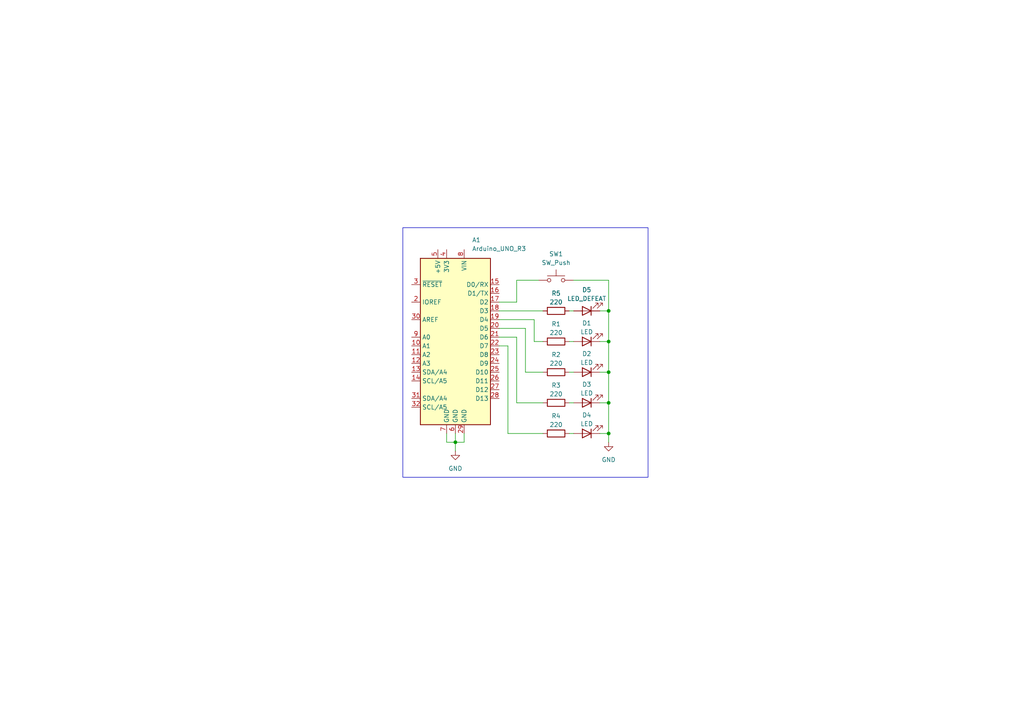
<source format=kicad_sch>
(kicad_sch (version 20231120) (generator "eeschema") (generator_version "8.0")
  (paper "A4")
  (lib_symbols
    (symbol "Device:LED" (pin_numbers hide) (pin_names (offset 1.016) hide)
      (property "Reference" "D" (at 0 2.54 0))
      (property "Value" "LED" (at 0 -2.54 0))
      (symbol "LED_0_1"
        (polyline (pts (xy -1.27 -1.27) (xy -1.27 1.27)) (stroke (width 0.254)))
        (polyline (pts (xy -1.27 0) (xy 1.27 0)))
        (polyline (pts (xy 1.27 -1.27) (xy 1.27 1.27) (xy -1.27 0) (xy 1.27 -1.27)) (stroke (width 0.254)))
        (polyline (pts (xy -3.048 -0.762) (xy -4.572 -2.286) (xy -3.81 -2.286) (xy -4.572 -2.286) (xy -4.572 -1.524)))
        (polyline (pts (xy -1.778 -0.762) (xy -3.302 -2.286) (xy -2.54 -2.286) (xy -3.302 -2.286) (xy -3.302 -1.524)))
      )
      (symbol "LED_1_1"
        (pin passive line (at -3.81 0 0) (length 2.54) (name "K") (number "1"))
        (pin passive line (at 3.81 0 180) (length 2.54) (name "A") (number "2"))
      )
    )
    (symbol "Device:R" (pin_numbers hide) (pin_names (offset 0))
      (property "Reference" "R" (at 2.032 0 90))
      (property "Value" "R" (at 0 0 90))
      (symbol "R_0_1"
        (rectangle (start -1.016 -2.54) (end 1.016 2.54) (stroke (width 0.254)))
      )
      (symbol "R_1_1"
        (pin passive line (at 0 3.81 270) (length 1.27) (name "~") (number "1"))
        (pin passive line (at 0 -3.81 90) (length 1.27) (name "~") (number "2"))
      )
    )
    (symbol "MCU_Module:Arduino_UNO_R3"
      (property "Reference" "A" (at -10.16 23.495 0))
      (property "Value" "Arduino_UNO_R3" (at 5.08 -26.67 0))
      (symbol "Arduino_UNO_R3_0_1"
        (rectangle (start -10.16 22.86) (end 10.16 -25.4) (stroke (width 0.254)) (fill (type background)))
      )
      (symbol "Arduino_UNO_R3_1_1"
        (pin no_connect line (at -10.16 -20.32 0) (length 2.54) hide (name "NC") (number "1"))
        (pin bidirectional line (at 12.7 -2.54 180) (length 2.54) (name "A1") (number "10"))
        (pin bidirectional line (at 12.7 -5.08 180) (length 2.54) (name "A2") (number "11"))
        (pin bidirectional line (at 12.7 -7.62 180) (length 2.54) (name "A3") (number "12"))
        (pin bidirectional line (at 12.7 -10.16 180) (length 2.54) (name "SDA/A4") (number "13"))
        (pin bidirectional line (at 12.7 -12.7 180) (length 2.54) (name "SCL/A5") (number "14"))
        (pin bidirectional line (at -12.7 15.24 0) (length 2.54) (name "D0/RX") (number "15"))
        (pin bidirectional line (at -12.7 12.7 0) (length 2.54) (name "D1/TX") (number "16"))
        (pin bidirectional line (at -12.7 10.16 0) (length 2.54) (name "D2") (number "17"))
        (pin bidirectional line (at -12.7 7.62 0) (length 2.54) (name "D3") (number "18"))
        (pin bidirectional line (at -12.7 5.08 0) (length 2.54) (name "D4") (number "19"))
        (pin output line (at 12.7 10.16 180) (length 2.54) (name "IOREF") (number "2"))
        (pin bidirectional line (at -12.7 2.54 0) (length 2.54) (name "D5") (number "20"))
        (pin bidirectional line (at -12.7 0 0) (length 2.54) (name "D6") (number "21"))
        (pin bidirectional line (at -12.7 -2.54 0) (length 2.54) (name "D7") (number "22"))
        (pin bidirectional line (at -12.7 -5.08 0) (length 2.54) (name "D8") (number "23"))
        (pin bidirectional line (at -12.7 -7.62 0) (length 2.54) (name "D9") (number "24"))
        (pin bidirectional line (at -12.7 -10.16 0) (length 2.54) (name "D10") (number "25"))
        (pin bidirectional line (at -12.7 -12.7 0) (length 2.54) (name "D11") (number "26"))
        (pin bidirectional line (at -12.7 -15.24 0) (length 2.54) (name "D12") (number "27"))
        (pin bidirectional line (at -12.7 -17.78 0) (length 2.54) (name "D13") (number "28"))
        (pin power_in line (at -2.54 -27.94 90) (length 2.54) (name "GND") (number "29"))
        (pin input line (at 12.7 15.24 180) (length 2.54) (name "~{RESET}") (number "3"))
        (pin input line (at 12.7 5.08 180) (length 2.54) (name "AREF") (number "30"))
        (pin bidirectional line (at 12.7 -17.78 180) (length 2.54) (name "SDA/A4") (number "31"))
        (pin bidirectional line (at 12.7 -20.32 180) (length 2.54) (name "SCL/A5") (number "32"))
        (pin power_out line (at 2.54 25.4 270) (length 2.54) (name "3V3") (number "4"))
        (pin power_out line (at 5.08 25.4 270) (length 2.54) (name "+5V") (number "5"))
        (pin power_in line (at 0 -27.94 90) (length 2.54) (name "GND") (number "6"))
        (pin power_in line (at 2.54 -27.94 90) (length 2.54) (name "GND") (number "7"))
        (pin power_in line (at -2.54 25.4 270) (length 2.54) (name "VIN") (number "8"))
        (pin bidirectional line (at 12.7 0 180) (length 2.54) (name "A0") (number "9"))
      )
    )
    (symbol "Switch:SW_Push" (pin_numbers hide) (pin_names (offset 1.016) hide)
      (property "Reference" "SW" (at 1.27 2.54 0))
      (property "Value" "SW_Push" (at 0 -1.524 0))
      (symbol "SW_Push_0_1"
        (circle (center -2.032 0) (radius 0.508))
        (polyline (pts (xy 0 1.27) (xy 0 3.048)))
        (polyline (pts (xy 2.54 1.27) (xy -2.54 1.27)))
        (circle (center 2.032 0) (radius 0.508))
        (pin passive line (at -5.08 0 0) (length 2.54) (name "1") (number "1"))
        (pin passive line (at 5.08 0 180) (length 2.54) (name "2") (number "2"))
      )
    )
    (symbol "power:GND" (power) (pin_numbers hide) (pin_names (offset 0) hide)
      (property "Value" "GND" (at 0 -3.81 0))
      (symbol "GND_0_1"
        (polyline (pts (xy 0 0) (xy 0 -1.27) (xy 1.27 -1.27) (xy 0 -2.54) (xy -1.27 -1.27) (xy 0 -1.27)))
      )
      (symbol "GND_1_1"
        (pin power_in line (at 0 0 270) (length 0) (name "~") (number "1"))
      )
    )
  )
  (junction (at 132.08 128.27))
  (junction (at 176.53 125.73))
  (junction (at 176.53 90.17))
  (junction (at 176.53 116.84))
  (junction (at 176.53 99.06))
  (junction (at 176.53 107.95))
  (wire (pts (xy 144.78 92.71) (xy 154.94 92.71)))
  (wire (pts (xy 149.86 87.63) (xy 149.86 81.28)))
  (wire (pts (xy 173.99 116.84) (xy 176.53 116.84)))
  (wire (pts (xy 166.37 81.28) (xy 176.53 81.28)))
  (wire (pts (xy 154.94 92.71) (xy 154.94 99.06)))
  (wire (pts (xy 152.4 95.25) (xy 152.4 107.95)))
  (wire (pts (xy 173.99 99.06) (xy 176.53 99.06)))
  (wire (pts (xy 149.86 116.84) (xy 157.48 116.84)))
  (wire (pts (xy 165.1 99.06) (xy 166.37 99.06)))
  (wire (pts (xy 149.86 81.28) (xy 156.21 81.28)))
  (wire (pts (xy 165.1 107.95) (xy 166.37 107.95)))
  (wire (pts (xy 176.53 116.84) (xy 176.53 125.73)))
  (wire (pts (xy 144.78 100.33) (xy 147.32 100.33)))
  (wire (pts (xy 173.99 125.73) (xy 176.53 125.73)))
  (wire (pts (xy 134.62 125.73) (xy 134.62 128.27)))
  (wire (pts (xy 165.1 125.73) (xy 166.37 125.73)))
  (wire (pts (xy 129.54 128.27) (xy 132.08 128.27)))
  (wire (pts (xy 147.32 125.73) (xy 157.48 125.73)))
  (wire (pts (xy 176.53 125.73) (xy 176.53 128.27)))
  (wire (pts (xy 144.78 87.63) (xy 149.86 87.63)))
  (wire (pts (xy 173.99 107.95) (xy 176.53 107.95)))
  (wire (pts (xy 154.94 99.06) (xy 157.48 99.06)))
  (wire (pts (xy 165.1 90.17) (xy 166.37 90.17)))
  (wire (pts (xy 152.4 107.95) (xy 157.48 107.95)))
  (wire (pts (xy 165.1 116.84) (xy 166.37 116.84)))
  (wire (pts (xy 144.78 95.25) (xy 152.4 95.25)))
  (wire (pts (xy 149.86 97.79) (xy 149.86 116.84)))
  (wire (pts (xy 134.62 128.27) (xy 132.08 128.27)))
  (wire (pts (xy 144.78 90.17) (xy 157.48 90.17)))
  (wire (pts (xy 147.32 100.33) (xy 147.32 125.73)))
  (wire (pts (xy 132.08 125.73) (xy 132.08 128.27)))
  (wire (pts (xy 176.53 99.06) (xy 176.53 107.95)))
  (wire (pts (xy 176.53 90.17) (xy 176.53 99.06)))
  (wire (pts (xy 176.53 107.95) (xy 176.53 116.84)))
  (wire (pts (xy 129.54 125.73) (xy 129.54 128.27)))
  (wire (pts (xy 176.53 81.28) (xy 176.53 90.17)))
  (wire (pts (xy 132.08 128.27) (xy 132.08 130.81)))
  (wire (pts (xy 144.78 97.79) (xy 149.86 97.79)))
  (wire (pts (xy 173.99 90.17) (xy 176.53 90.17)))
  (rectangle (start 116.84 66.04) (end 187.96 138.43))
  (symbol (lib_id "power:GND") (at 132.08 130.81 0) (unit 1)
    (property "Reference" "#PWR01" (effects (hide yes)))
    (property "Value" "GND" (at 132.08 135.89 0))
    (property "Description" "Power symbol creates a global label with name \"GND\" , ground" (effects (hide yes)))
  )
  (symbol (lib_id "Device:R") (at 161.29 125.73 90) (unit 1)
    (property "Reference" "R4" (at 161.29 120.65 90))
    (property "Value" "220" (at 161.29 123.19 90))
    (property "Description" "Resistor" (effects (hide yes)))
  )
  (symbol (lib_id "Switch:SW_Push") (at 161.29 81.28 0) (unit 1)
    (property "Reference" "SW1" (at 161.29 73.66 0))
    (property "Value" "SW_Push" (at 161.29 76.2 0))
    (property "Description" "Push button switch, generic, two pins" (effects (hide yes)))
  )
  (symbol (lib_id "Device:LED") (at 170.18 107.95 180) (unit 1)
    (property "Reference" "D2" (at 170.18 102.616 0))
    (property "Value" "LED" (at 170.18 105.156 0))
    (property "Description" "Light emitting diode" (effects (hide yes)))
  )
  (symbol (lib_id "Device:LED") (at 170.18 125.73 180) (unit 1)
    (property "Reference" "D4" (at 170.18 120.396 0))
    (property "Value" "LED" (at 170.18 122.936 0))
    (property "Description" "Light emitting diode" (effects (hide yes)))
  )
  (symbol (lib_id "Device:LED") (at 170.18 99.06 180) (unit 1)
    (property "Reference" "D1" (at 170.18 93.726 0))
    (property "Value" "LED" (at 170.18 96.266 0))
    (property "Description" "Light emitting diode" (effects (hide yes)))
  )
  (symbol (lib_id "power:GND") (at 176.53 128.27 0) (unit 1)
    (property "Reference" "#PWR02" (effects (hide yes)))
    (property "Value" "GND" (at 176.53 133.35 0))
    (property "Description" "Power symbol creates a global label with name \"GND\" , ground" (effects (hide yes)))
  )
  (symbol (lib_id "Device:R") (at 161.29 116.84 90) (unit 1)
    (property "Reference" "R3" (at 161.29 111.76 90))
    (property "Value" "220" (at 161.29 114.3 90))
    (property "Description" "Resistor" (effects (hide yes)))
  )
  (symbol (lib_id "Device:R") (at 161.29 107.95 90) (unit 1)
    (property "Reference" "R2" (at 161.29 102.87 90))
    (property "Value" "220" (at 161.29 105.41 90))
    (property "Description" "Resistor" (effects (hide yes)))
  )
  (symbol (lib_id "Device:LED") (at 170.18 116.84 180) (unit 1)
    (property "Reference" "D3" (at 170.18 111.506 0))
    (property "Value" "LED" (at 170.18 114.046 0))
    (property "Description" "Light emitting diode" (effects (hide yes)))
  )
  (symbol (lib_id "Device:R") (at 161.29 99.06 90) (unit 1)
    (property "Reference" "R1" (at 161.29 93.98 90))
    (property "Value" "220" (at 161.29 96.52 90))
    (property "Description" "Resistor" (effects (hide yes)))
  )
  (symbol (lib_id "Device:R") (at 161.29 90.17 90) (unit 1)
    (property "Reference" "R5" (at 161.29 85.09 90))
    (property "Value" "220" (at 161.29 87.63 90))
    (property "Description" "Resistor" (effects (hide yes)))
  )
  (symbol (lib_id "Device:LED") (at 170.18 90.17 180) (unit 1)
    (property "Reference" "D5" (at 170.18 84.074 0))
    (property "Value" "LED_DEFEAT" (at 170.18 86.614 0))
    (property "Description" "Light emitting diode" (effects (hide yes)))
  )
  (symbol (lib_id "MCU_Module:Arduino_UNO_R3") (at 132.08 97.79 0) (mirror y) (unit 1)
    (property "Reference" "A1" (at 136.906 69.596 0) (effects (justify right)))
    (property "Value" "Arduino_UNO_R3" (at 136.906 72.136 0) (effects (justify right)))
    (property "Footprint" "Module:Arduino_UNO_R3" (effects (hide yes)))
    (property "Datasheet" "https://www.arduino.cc/en/Main/arduinoBoardUno" (effects (hide yes)))
    (property "Description" "Arduino UNO Microcontroller Module, release 3" (effects (hide yes)))
  )
)
</source>
